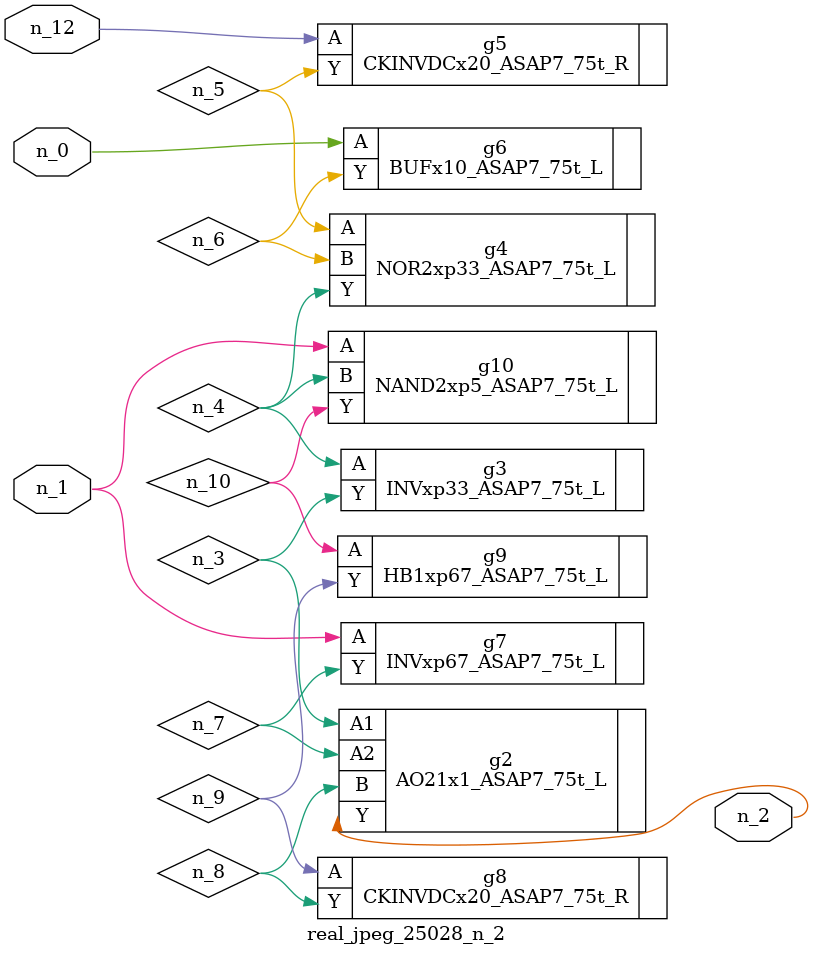
<source format=v>
module real_jpeg_25028_n_2 (n_12, n_1, n_0, n_2);

input n_12;
input n_1;
input n_0;

output n_2;

wire n_5;
wire n_4;
wire n_8;
wire n_6;
wire n_7;
wire n_3;
wire n_10;
wire n_9;

BUFx10_ASAP7_75t_L g6 ( 
.A(n_0),
.Y(n_6)
);

INVxp67_ASAP7_75t_L g7 ( 
.A(n_1),
.Y(n_7)
);

NAND2xp5_ASAP7_75t_L g10 ( 
.A(n_1),
.B(n_4),
.Y(n_10)
);

AO21x1_ASAP7_75t_L g2 ( 
.A1(n_3),
.A2(n_7),
.B(n_8),
.Y(n_2)
);

INVxp33_ASAP7_75t_L g3 ( 
.A(n_4),
.Y(n_3)
);

NOR2xp33_ASAP7_75t_L g4 ( 
.A(n_5),
.B(n_6),
.Y(n_4)
);

CKINVDCx20_ASAP7_75t_R g8 ( 
.A(n_9),
.Y(n_8)
);

HB1xp67_ASAP7_75t_L g9 ( 
.A(n_10),
.Y(n_9)
);

CKINVDCx20_ASAP7_75t_R g5 ( 
.A(n_12),
.Y(n_5)
);


endmodule
</source>
